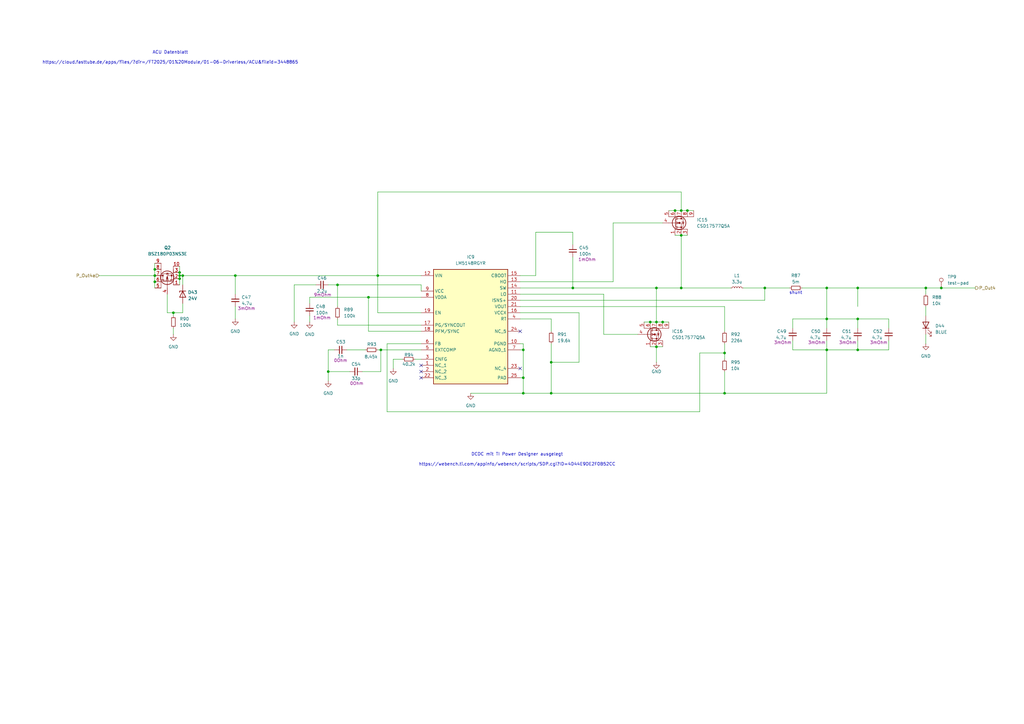
<source format=kicad_sch>
(kicad_sch (version 20231120) (generator "eeschema") (generator_version "8.0")
  (paper "A3")
  (title_block (title "PDU FT25") (date "2024-11-23") (rev "V1.1") (company "Janek Herm") (comment 1 "FaSTTUBe Electronics"))
  (lib_symbols
    (symbol "Connector:TestPoint" (pin_numbers hide) (pin_names (offset 0.762) hide)
      (property "Reference" "TP" (at 0 6.858 0))
      (property "Value" "TestPoint" (at 0 5.08 0))
      (symbol "TestPoint_0_1"
        (circle (center 0 3.302) (radius 0.762))
      )
      (symbol "TestPoint_1_1"
        (pin passive line (at 0 0 90) (length 2.54) (name "1") (number "1"))
      )
    )
    (symbol "Device:C_Small" (pin_numbers hide) (pin_names (offset 0.254) hide)
      (property "Reference" "C" (at 0.254 1.778 0))
      (property "Value" "C_Small" (at 0.254 -2.032 0))
      (symbol "C_Small_0_1"
        (polyline (pts (xy -1.524 -0.508) (xy 1.524 -0.508)) (stroke (width 0.3302)))
        (polyline (pts (xy -1.524 0.508) (xy 1.524 0.508)) (stroke (width 0.3048)))
      )
      (symbol "C_Small_1_1"
        (pin passive line (at 0 2.54 270) (length 2.032) (name "~") (number "1"))
        (pin passive line (at 0 -2.54 90) (length 2.032) (name "~") (number "2"))
      )
    )
    (symbol "Device:D_Zener" (pin_numbers hide) (pin_names (offset 1.016) hide)
      (property "Reference" "D" (at 0 2.54 0))
      (property "Value" "D_Zener" (at 0 -2.54 0))
      (symbol "D_Zener_0_1"
        (polyline (pts (xy 1.27 0) (xy -1.27 0)))
        (polyline (pts (xy -1.27 -1.27) (xy -1.27 1.27) (xy -0.762 1.27)) (stroke (width 0.254)))
        (polyline (pts (xy 1.27 -1.27) (xy 1.27 1.27) (xy -1.27 0) (xy 1.27 -1.27)) (stroke (width 0.254)))
      )
      (symbol "D_Zener_1_1"
        (pin passive line (at -3.81 0 0) (length 2.54) (name "K") (number "1"))
        (pin passive line (at 3.81 0 180) (length 2.54) (name "A") (number "2"))
      )
    )
    (symbol "Device:LED" (pin_numbers hide) (pin_names (offset 1.016) hide)
      (property "Reference" "D" (at 0 2.54 0))
      (property "Value" "LED" (at 0 -2.54 0))
      (symbol "LED_0_1"
        (polyline (pts (xy -1.27 -1.27) (xy -1.27 1.27)) (stroke (width 0.254)))
        (polyline (pts (xy -1.27 0) (xy 1.27 0)))
        (polyline (pts (xy 1.27 -1.27) (xy 1.27 1.27) (xy -1.27 0) (xy 1.27 -1.27)) (stroke (width 0.254)))
        (polyline (pts (xy -3.048 -0.762) (xy -4.572 -2.286) (xy -3.81 -2.286) (xy -4.572 -2.286) (xy -4.572 -1.524)))
        (polyline (pts (xy -1.778 -0.762) (xy -3.302 -2.286) (xy -2.54 -2.286) (xy -3.302 -2.286) (xy -3.302 -1.524)))
      )
      (symbol "LED_1_1"
        (pin passive line (at -3.81 0 0) (length 2.54) (name "K") (number "1"))
        (pin passive line (at 3.81 0 180) (length 2.54) (name "A") (number "2"))
      )
    )
    (symbol "Device:L_Small" (pin_numbers hide) (pin_names (offset 0.254) hide)
      (property "Reference" "L" (at 0.762 1.016 0))
      (property "Value" "L_Small" (at 0.762 -1.016 0))
      (symbol "L_Small_0_1"
        (arc (start 0 -2.032) (mid 0.5058 -1.524) (end 0 -1.016))
        (arc (start 0 -1.016) (mid 0.5058 -0.508) (end 0 0))
        (arc (start 0 0) (mid 0.5058 0.508) (end 0 1.016))
        (arc (start 0 1.016) (mid 0.5058 1.524) (end 0 2.032))
      )
      (symbol "L_Small_1_1"
        (pin passive line (at 0 2.54 270) (length 0.508) (name "~") (number "1"))
        (pin passive line (at 0 -2.54 90) (length 0.508) (name "~") (number "2"))
      )
    )
    (symbol "Device:R_Small" (pin_numbers hide) (pin_names (offset 0.254) hide)
      (property "Reference" "R" (at 0.762 0.508 0))
      (property "Value" "R_Small" (at 0.762 -1.016 0))
      (symbol "R_Small_0_1"
        (rectangle (start -0.762 1.778) (end 0.762 -1.778) (stroke (width 0.2032)))
      )
      (symbol "R_Small_1_1"
        (pin passive line (at 0 2.54 270) (length 0.762) (name "~") (number "1"))
        (pin passive line (at 0 -2.54 90) (length 0.762) (name "~") (number "2"))
      )
    )
    (symbol "FaSTTUBe_microcontrollers:BSZ180P03NS3E"
      (property "Reference" "Q" (at 4.445 0.635 0))
      (symbol "BSZ180P03NS3E_0_1"
        (circle (center -0.889 0) (radius 2.794) (stroke (width 0.254)))
        (circle (center 0 -1.778) (radius 0.254) (fill (type outline)))
        (polyline (pts (xy -3.81 -2.54) (xy -2.54 -2.54)))
        (polyline (pts (xy -2.286 0) (xy -5.08 0)))
        (polyline (pts (xy -2.286 1.905) (xy -2.286 -1.905)) (stroke (width 0.254)))
        (polyline (pts (xy -1.778 -1.27) (xy -1.778 -2.286)) (stroke (width 0.254)))
        (polyline (pts (xy -1.778 0.508) (xy -1.778 -0.508)) (stroke (width 0.254)))
        (polyline (pts (xy -1.778 2.286) (xy -1.778 1.27)) (stroke (width 0.254)))
        (polyline (pts (xy 0 1.905) (xy 0 2.54)))
        (polyline (pts (xy 0 2.54) (xy 0 1.778)))
        (polyline (pts (xy 2.54 -2.54) (xy -2.54 -2.54)))
        (polyline (pts (xy 2.54 2.54) (xy -5.08 2.54)))
        (polyline (pts (xy 3.81 -2.54) (xy 1.27 -2.54)))
        (polyline (pts (xy 5.08 2.54) (xy 2.54 2.54)))
        (polyline (pts (xy 0 -2.54) (xy 0 0) (xy -1.778 0)))
        (polyline (pts (xy -1.778 1.778) (xy 0.762 1.778) (xy 0.762 -1.778) (xy -1.778 -1.778)))
        (polyline (pts (xy -0.254 0) (xy -1.27 0.381) (xy -1.27 -0.381) (xy -0.254 0)) (fill (type outline)))
        (polyline (pts (xy 0.254 -0.508) (xy 0.381 -0.381) (xy 1.143 -0.381) (xy 1.27 -0.254)))
        (polyline (pts (xy 0.762 -0.381) (xy 0.381 0.254) (xy 1.143 0.254) (xy 0.762 -0.381)))
        (circle (center 0 1.778) (radius 0.254) (fill (type outline)))
      )
      (symbol "BSZ180P03NS3E_1_1"
        (pin passive line (at -3.81 -5.08 90) (length 2.54) (name "") (number "1"))
        (pin passive line (at 3.81 -5.08 90) (length 2.54) (name "") (number "10"))
        (pin passive line (at -1.27 -5.08 90) (length 2.54) (name "") (number "2"))
        (pin passive line (at 1.27 -5.08 90) (length 2.54) (name "") (number "3"))
        (pin input line (at -7.62 0 0) (length 2.54) (name "") (number "4"))
        (pin passive line (at -5.08 5.08 270) (length 2.54) (name "") (number "5"))
        (pin passive line (at -2.54 5.08 270) (length 2.54) (name "") (number "6"))
        (pin passive line (at 0 5.08 270) (length 2.54) (name "") (number "7"))
        (pin passive line (at 2.54 5.08 270) (length 2.54) (name "") (number "8"))
        (pin passive line (at 5.08 5.08 270) (length 2.54) (name "") (number "9"))
      )
    )
    (symbol "FaSTTUBe_microcontrollers:CSD17577Q5A"
      (property "Reference" "IC" (at 9.144 -15.113 0))
      (property "Value" "CSD17577Q5A" (at 9.906 -17.145 0))
      (symbol "CSD17577Q5A_0_1"
        (circle (center -0.889 -16.51) (radius 2.794) (stroke (width 0.254)))
        (circle (center 0 -18.288) (radius 0.254) (fill (type outline)))
        (circle (center 0 -14.732) (radius 0.254) (fill (type outline)))
        (polyline (pts (xy -2.286 -16.51) (xy -5.08 -16.51)))
        (polyline (pts (xy -2.286 -14.605) (xy -2.286 -18.415)) (stroke (width 0.254)))
        (polyline (pts (xy -1.778 -17.78) (xy -1.778 -18.796)) (stroke (width 0.254)))
        (polyline (pts (xy -1.778 -16.002) (xy -1.778 -17.018)) (stroke (width 0.254)))
        (polyline (pts (xy -1.778 -14.224) (xy -1.778 -15.24)) (stroke (width 0.254)))
        (polyline (pts (xy 0 -13.97) (xy 0 -14.732)))
        (polyline (pts (xy 2.54 -19.05) (xy -2.54 -19.05)))
        (polyline (pts (xy 5.08 -13.97) (xy -5.08 -13.97)))
        (polyline (pts (xy 0 -19.05) (xy 0 -16.51) (xy -1.778 -16.51)))
        (polyline (pts (xy -1.778 -18.288) (xy 0.762 -18.288) (xy 0.762 -14.732) (xy -1.778 -14.732)))
        (polyline (pts (xy -1.524 -16.51) (xy -0.508 -16.129) (xy -0.508 -16.891) (xy -1.524 -16.51)) (fill (type outline)))
        (polyline (pts (xy 0.254 -16.002) (xy 0.381 -16.129) (xy 1.143 -16.129) (xy 1.27 -16.256)))
        (polyline (pts (xy 0.762 -16.129) (xy 0.381 -16.764) (xy 1.143 -16.764) (xy 0.762 -16.129)))
      )
      (symbol "CSD17577Q5A_1_1"
        (pin passive line (at -2.54 -21.59 90) (length 2.54) (name "") (number "1"))
        (pin passive line (at 0 -21.59 90) (length 2.54) (name "") (number "2"))
        (pin passive line (at 2.54 -21.59 90) (length 2.54) (name "") (number "3"))
        (pin input line (at -7.62 -16.51 0) (length 2.54) (name "") (number "4"))
        (pin passive line (at -5.08 -11.43 270) (length 2.54) (name "") (number "5"))
        (pin passive line (at -2.54 -11.43 270) (length 2.54) (name "") (number "6"))
        (pin passive line (at 0 -11.43 270) (length 2.54) (name "") (number "7"))
        (pin passive line (at 2.54 -11.43 270) (length 2.54) (name "") (number "8"))
        (pin passive line (at 5.08 -11.43 270) (length 2.54) (name "") (number "9"))
      )
    )
    (symbol "LM5148RGYR:LM5148RGYR"
      (property "Reference" "IC" (at 36.83 17.78 0))
      (property "Value" "LM5148RGYR" (at 36.83 15.24 0))
      (symbol "LM5148RGYR_1_1"
        (rectangle (start 5.08 12.7) (end 35.56 -34.29) (stroke (width 0.254)) (fill (type background)))
        (pin passive line (at 0 -26.67 0) (length 5.08) (name "NC_1") (number "1"))
        (pin passive line (at 40.64 -17.78 180) (length 5.08) (name "PGND") (number "10"))
        (pin passive line (at 40.64 2.54 180) (length 5.08) (name "LO") (number "11"))
        (pin passive line (at 0 10.16 0) (length 5.08) (name "VIN") (number "12"))
        (pin passive line (at 40.64 7.62 180) (length 5.08) (name "HO") (number "13"))
        (pin passive line (at 40.64 5.08 180) (length 5.08) (name "SW") (number "14"))
        (pin passive line (at 40.64 10.16 180) (length 5.08) (name "CBOOT") (number "15"))
        (pin passive line (at 40.64 -5.08 180) (length 5.08) (name "VCCX") (number "16"))
        (pin passive line (at 0 -10.16 0) (length 5.08) (name "PG/SYNCOUT") (number "17"))
        (pin passive line (at 0 -12.7 0) (length 5.08) (name "PFM/SYNC") (number "18"))
        (pin passive line (at 0 -5.08 0) (length 5.08) (name "EN") (number "19"))
        (pin passive line (at 0 -29.21 0) (length 5.08) (name "NC_2") (number "2"))
        (pin passive line (at 40.64 0 180) (length 5.08) (name "ISNS+") (number "20"))
        (pin passive line (at 40.64 -2.54 180) (length 5.08) (name "VOUT") (number "21"))
        (pin passive line (at 0 -31.75 0) (length 5.08) (name "NC_3") (number "22"))
        (pin passive line (at 40.64 -27.94 180) (length 5.08) (name "NC_4") (number "23"))
        (pin passive line (at 40.64 -12.7 180) (length 5.08) (name "NC_5") (number "24"))
        (pin passive line (at 40.64 -31.75 180) (length 5.08) (name "PAD") (number "25"))
        (pin passive line (at 0 -24.13 0) (length 5.08) (name "CNFG") (number "3"))
        (pin passive line (at 40.64 -7.62 180) (length 5.08) (name "RT") (number "4"))
        (pin passive line (at 0 -20.32 0) (length 5.08) (name "EXTCOMP") (number "5"))
        (pin passive line (at 0 -17.78 0) (length 5.08) (name "FB") (number "6"))
        (pin passive line (at 40.64 -20.32 180) (length 5.08) (name "AGND_1") (number "7"))
        (pin passive line (at 0 1.27 0) (length 5.08) (name "VDDA") (number "8"))
        (pin passive line (at 0 3.81 0) (length 5.08) (name "VCC") (number "9"))
      )
    )
    (symbol "power:GND" (power) (pin_numbers hide) (pin_names (offset 0) hide)
      (property "Value" "GND" (at 0 -3.81 0))
      (symbol "GND_0_1"
        (polyline (pts (xy 0 0) (xy 0 -1.27) (xy 1.27 -1.27) (xy 0 -2.54) (xy -1.27 -1.27) (xy 0 -1.27)))
      )
      (symbol "GND_1_1"
        (pin power_in line (at 0 0 270) (length 0) (name "~") (number "1"))
      )
    )
  )
  (junction (at 214.63 161.29))
  (junction (at 279.4 118.11))
  (junction (at 351.79 130.81))
  (junction (at 351.79 118.11))
  (junction (at 74.93 113.03))
  (junction (at 339.09 143.51))
  (junction (at 386.08 118.11))
  (junction (at 281.94 86.36))
  (junction (at 63.5 110.49))
  (junction (at 379.73 118.11))
  (junction (at 279.4 86.36))
  (junction (at 266.7 132.08))
  (junction (at 96.52 113.03))
  (junction (at 73.66 111.76))
  (junction (at 269.24 118.11))
  (junction (at 226.06 161.29))
  (junction (at 151.13 121.92))
  (junction (at 214.63 154.94))
  (junction (at 71.12 128.27))
  (junction (at 276.86 86.36))
  (junction (at 269.24 132.08))
  (junction (at 269.24 142.24))
  (junction (at 297.18 144.78))
  (junction (at 63.5 115.57))
  (junction (at 156.21 143.51))
  (junction (at 73.66 114.3))
  (junction (at 271.78 132.08))
  (junction (at 313.69 118.11))
  (junction (at 138.43 116.84))
  (junction (at 234.95 118.11))
  (junction (at 154.94 113.03))
  (junction (at 63.5 113.03))
  (junction (at 279.4 96.52))
  (junction (at 226.06 148.59))
  (junction (at 339.09 118.11))
  (junction (at 297.18 161.29))
  (junction (at 339.09 130.81))
  (junction (at 351.79 143.51))
  (junction (at 73.66 113.03))
  (junction (at 134.62 152.4))
  (junction (at 214.63 143.51))
  (no_connect (at 172.72 152.4))
  (no_connect (at 172.72 154.94))
  (no_connect (at 172.72 149.86))
  (no_connect (at 213.36 151.13))
  (no_connect (at 213.36 135.89))
  (wire (pts (xy 226.06 130.81) (xy 226.06 135.89)))
  (wire (pts (xy 71.12 134.62) (xy 71.12 137.16)))
  (wire (pts (xy 339.09 130.81) (xy 351.79 130.81)))
  (wire (pts (xy 120.65 132.08) (xy 120.65 116.84)))
  (wire (pts (xy 297.18 152.4) (xy 297.18 161.29)))
  (wire (pts (xy 351.79 143.51) (xy 364.49 143.51)))
  (wire (pts (xy 213.36 128.27) (xy 237.49 128.27)))
  (wire (pts (xy 214.63 143.51) (xy 213.36 143.51)))
  (wire (pts (xy 63.5 107.95) (xy 63.5 110.49)))
  (wire (pts (xy 158.75 168.91) (xy 287.02 168.91)))
  (wire (pts (xy 214.63 161.29) (xy 226.06 161.29)))
  (wire (pts (xy 127 121.92) (xy 127 124.46)))
  (wire (pts (xy 269.24 118.11) (xy 279.4 118.11)))
  (wire (pts (xy 226.06 148.59) (xy 226.06 161.29)))
  (wire (pts (xy 68.58 128.27) (xy 71.12 128.27)))
  (wire (pts (xy 339.09 139.7) (xy 339.09 143.51)))
  (wire (pts (xy 379.73 118.11) (xy 386.08 118.11)))
  (wire (pts (xy 364.49 134.62) (xy 364.49 130.81)))
  (wire (pts (xy 154.94 78.74) (xy 279.4 78.74)))
  (wire (pts (xy 297.18 161.29) (xy 339.09 161.29)))
  (wire (pts (xy 127 121.92) (xy 151.13 121.92)))
  (wire (pts (xy 325.12 134.62) (xy 325.12 130.81)))
  (wire (pts (xy 96.52 113.03) (xy 154.94 113.03)))
  (wire (pts (xy 364.49 139.7) (xy 364.49 143.51)))
  (wire (pts (xy 339.09 143.51) (xy 339.09 161.29)))
  (wire (pts (xy 68.58 120.65) (xy 68.58 128.27)))
  (wire (pts (xy 214.63 140.97) (xy 213.36 140.97)))
  (wire (pts (xy 269.24 118.11) (xy 269.24 132.08)))
  (wire (pts (xy 148.59 152.4) (xy 156.21 152.4)))
  (wire (pts (xy 154.94 113.03) (xy 172.72 113.03)))
  (wire (pts (xy 172.72 128.27) (xy 154.94 128.27)))
  (wire (pts (xy 96.52 125.73) (xy 96.52 130.81)))
  (wire (pts (xy 74.93 128.27) (xy 71.12 128.27)))
  (wire (pts (xy 214.63 161.29) (xy 214.63 154.94)))
  (wire (pts (xy 172.72 140.97) (xy 158.75 140.97)))
  (wire (pts (xy 234.95 95.25) (xy 234.95 100.33)))
  (wire (pts (xy 120.65 116.84) (xy 129.54 116.84)))
  (wire (pts (xy 325.12 143.51) (xy 325.12 139.7)))
  (wire (pts (xy 156.21 152.4) (xy 156.21 143.51)))
  (wire (pts (xy 74.93 113.03) (xy 96.52 113.03)))
  (wire (pts (xy 269.24 132.08) (xy 271.78 132.08)))
  (wire (pts (xy 213.36 130.81) (xy 226.06 130.81)))
  (wire (pts (xy 271.78 132.08) (xy 274.32 132.08)))
  (wire (pts (xy 379.73 137.16) (xy 379.73 140.97)))
  (wire (pts (xy 325.12 130.81) (xy 339.09 130.81)))
  (wire (pts (xy 74.93 124.46) (xy 74.93 128.27)))
  (wire (pts (xy 161.29 151.13) (xy 161.29 147.32)))
  (wire (pts (xy 313.69 118.11) (xy 323.85 118.11)))
  (wire (pts (xy 158.75 140.97) (xy 158.75 168.91)))
  (wire (pts (xy 339.09 130.81) (xy 339.09 134.62)))
  (wire (pts (xy 266.7 142.24) (xy 269.24 142.24)))
  (wire (pts (xy 379.73 125.73) (xy 379.73 129.54)))
  (wire (pts (xy 214.63 143.51) (xy 214.63 154.94)))
  (wire (pts (xy 138.43 133.35) (xy 138.43 130.81)))
  (wire (pts (xy 269.24 142.24) (xy 271.78 142.24)))
  (wire (pts (xy 351.79 134.62) (xy 351.79 130.81)))
  (wire (pts (xy 73.66 111.76) (xy 73.66 113.03)))
  (wire (pts (xy 351.79 118.11) (xy 379.73 118.11)))
  (wire (pts (xy 313.69 123.19) (xy 313.69 118.11)))
  (wire (pts (xy 251.46 91.44) (xy 251.46 115.57)))
  (wire (pts (xy 386.08 118.11) (xy 400.05 118.11)))
  (wire (pts (xy 237.49 148.59) (xy 226.06 148.59)))
  (wire (pts (xy 351.79 130.81) (xy 364.49 130.81)))
  (wire (pts (xy 234.95 118.11) (xy 269.24 118.11)))
  (wire (pts (xy 73.66 113.03) (xy 73.66 114.3)))
  (wire (pts (xy 154.94 113.03) (xy 154.94 78.74)))
  (wire (pts (xy 134.62 143.51) (xy 137.16 143.51)))
  (wire (pts (xy 247.65 120.65) (xy 213.36 120.65)))
  (wire (pts (xy 213.36 118.11) (xy 234.95 118.11)))
  (wire (pts (xy 219.71 113.03) (xy 219.71 95.25)))
  (wire (pts (xy 138.43 125.73) (xy 138.43 116.84)))
  (wire (pts (xy 213.36 113.03) (xy 219.71 113.03)))
  (wire (pts (xy 279.4 78.74) (xy 279.4 86.36)))
  (wire (pts (xy 351.79 118.11) (xy 351.79 125.73)))
  (wire (pts (xy 74.93 113.03) (xy 74.93 116.84)))
  (wire (pts (xy 247.65 120.65) (xy 247.65 137.16)))
  (wire (pts (xy 351.79 139.7) (xy 351.79 143.51)))
  (wire (pts (xy 151.13 135.89) (xy 151.13 121.92)))
  (wire (pts (xy 127 129.54) (xy 127 132.08)))
  (wire (pts (xy 325.12 143.51) (xy 339.09 143.51)))
  (wire (pts (xy 339.09 118.11) (xy 339.09 130.81)))
  (wire (pts (xy 281.94 86.36) (xy 284.48 86.36)))
  (wire (pts (xy 379.73 118.11) (xy 379.73 120.65)))
  (wire (pts (xy 63.5 110.49) (xy 63.5 113.03)))
  (wire (pts (xy 276.86 96.52) (xy 279.4 96.52)))
  (wire (pts (xy 264.16 132.08) (xy 266.7 132.08)))
  (wire (pts (xy 219.71 95.25) (xy 234.95 95.25)))
  (wire (pts (xy 149.86 143.51) (xy 142.24 143.51)))
  (wire (pts (xy 297.18 140.97) (xy 297.18 144.78)))
  (wire (pts (xy 134.62 152.4) (xy 134.62 156.21)))
  (wire (pts (xy 279.4 86.36) (xy 281.94 86.36)))
  (wire (pts (xy 297.18 125.73) (xy 297.18 135.89)))
  (wire (pts (xy 279.4 96.52) (xy 279.4 118.11)))
  (wire (pts (xy 134.62 143.51) (xy 134.62 152.4)))
  (wire (pts (xy 73.66 114.3) (xy 73.66 116.84)))
  (wire (pts (xy 63.5 113.03) (xy 63.5 115.57)))
  (wire (pts (xy 304.8 118.11) (xy 313.69 118.11)))
  (wire (pts (xy 161.29 147.32) (xy 165.1 147.32)))
  (wire (pts (xy 214.63 154.94) (xy 213.36 154.94)))
  (wire (pts (xy 96.52 113.03) (xy 96.52 120.65)))
  (wire (pts (xy 172.72 121.92) (xy 151.13 121.92)))
  (wire (pts (xy 351.79 118.11) (xy 339.09 118.11)))
  (wire (pts (xy 154.94 143.51) (xy 156.21 143.51)))
  (wire (pts (xy 234.95 105.41) (xy 234.95 118.11)))
  (wire (pts (xy 266.7 132.08) (xy 269.24 132.08)))
  (wire (pts (xy 287.02 168.91) (xy 287.02 144.78)))
  (wire (pts (xy 138.43 116.84) (xy 172.72 116.84)))
  (wire (pts (xy 154.94 128.27) (xy 154.94 113.03)))
  (wire (pts (xy 339.09 143.51) (xy 351.79 143.51)))
  (wire (pts (xy 269.24 148.59) (xy 269.24 142.24)))
  (wire (pts (xy 172.72 133.35) (xy 138.43 133.35)))
  (wire (pts (xy 73.66 109.22) (xy 73.66 111.76)))
  (wire (pts (xy 193.04 161.29) (xy 214.63 161.29)))
  (wire (pts (xy 172.72 116.84) (xy 172.72 119.38)))
  (wire (pts (xy 274.32 86.36) (xy 276.86 86.36)))
  (wire (pts (xy 226.06 161.29) (xy 297.18 161.29)))
  (wire (pts (xy 172.72 135.89) (xy 151.13 135.89)))
  (wire (pts (xy 276.86 86.36) (xy 279.4 86.36)))
  (wire (pts (xy 213.36 115.57) (xy 251.46 115.57)))
  (wire (pts (xy 170.18 147.32) (xy 172.72 147.32)))
  (wire (pts (xy 214.63 140.97) (xy 214.63 143.51)))
  (wire (pts (xy 73.66 113.03) (xy 74.93 113.03)))
  (wire (pts (xy 71.12 129.54) (xy 71.12 128.27)))
  (wire (pts (xy 279.4 96.52) (xy 281.94 96.52)))
  (wire (pts (xy 247.65 137.16) (xy 261.62 137.16)))
  (wire (pts (xy 226.06 140.97) (xy 226.06 148.59)))
  (wire (pts (xy 328.93 118.11) (xy 339.09 118.11)))
  (wire (pts (xy 279.4 118.11) (xy 299.72 118.11)))
  (wire (pts (xy 134.62 152.4) (xy 143.51 152.4)))
  (wire (pts (xy 297.18 144.78) (xy 297.18 147.32)))
  (wire (pts (xy 156.21 143.51) (xy 172.72 143.51)))
  (wire (pts (xy 287.02 144.78) (xy 297.18 144.78)))
  (wire (pts (xy 40.64 113.03) (xy 63.5 113.03)))
  (wire (pts (xy 213.36 125.73) (xy 297.18 125.73)))
  (wire (pts (xy 213.36 123.19) (xy 313.69 123.19)))
  (wire (pts (xy 63.5 115.57) (xy 63.5 118.11)))
  (wire (pts (xy 251.46 91.44) (xy 271.78 91.44)))
  (wire (pts (xy 134.62 116.84) (xy 138.43 116.84)))
  (wire (pts (xy 237.49 128.27) (xy 237.49 148.59)))
  (text "ACU Datenblatt\n\nhttps://cloud.fasttube.de/apps/files/?dir=/FT2025/01%20Module/01-06-Driverless/ACU&fileid=3448865" (at 69.85 23.622 0) (effects (font (size 1.27 1.27))))
  (text "DCDC mit TI Power Designer ausgelegt\n\nhttps://webench.ti.com/appinfo/webench/scripts/SDP.cgi?ID=4D44E9DE2F0B52CC" (at 212.09 188.468 0) (effects (font (size 1.27 1.27))))
  (text "shunt" (at 326.39 120.142 0) (effects (font (size 1.27 1.27))))
  (hierarchical_label "P_Out4" (shape output) (at 400.05 118.11 0))
  (hierarchical_label "P_Out4a" (shape input) (at 40.64 113.03 180))
  (symbol (lib_id "power:GND") (at 269.24 148.59 0) (unit 1)
    (property "Reference" "#PWR0147" (effects (hide yes)))
    (property "Value" "GND" (at 267.208 152.3999 0) (effects (justify left)))
    (property "Description" "Power symbol creates a global label with name \"GND\" , ground" (effects (hide yes)))
  )
  (symbol (lib_id "FaSTTUBe_microcontrollers:CSD17577Q5A") (at 269.24 120.65 0) (unit 1)
    (property "Reference" "IC16" (at 275.59 135.8899 0) (effects (justify left)))
    (property "Value" "CSD17577Q5A" (at 275.59 138.4299 0) (effects (justify left)))
    (property "Footprint" "CSD17303Q5:CSD17303Q5" (effects (hide yes)))
    (property "Datasheet" "https://www.ti.com/lit/ds/symlink/csd17577q5a.pdf" (effects (hide yes)))
  )
  (symbol (lib_id "Device:R_Small") (at 152.4 143.51 270) (unit 1)
    (property "Reference" "R93" (at 154.4319 141.224 90) (effects (justify right)))
    (property "Value" "8.45k" (at 154.9399 146.304 90) (effects (justify right)))
    (property "Footprint" "Resistor_SMD:R_0603_1608Metric" (effects (hide yes)))
    (property "Description" "63mW, 1% Tolerance" (effects (hide yes)))
  )
  (symbol (lib_id "FaSTTUBe_microcontrollers:BSZ180P03NS3E") (at 68.58 113.03 90) (unit 1)
    (property "Reference" "Q2" (at 68.707 101.6 90))
    (property "Value" "BSZ180P03NS3E" (at 68.707 104.14 90))
    (property "Footprint" "BSZ180P03NS3E:TSDSON-8-FL_INF" (effects (hide yes)))
    (property "Datasheet" "https://www.mouser.de/datasheet/2/196/Infineon_BSZ180P03NS3E_G_DS_v02_01_en-1731313.pdf" (effects (hide yes)))
  )
  (symbol (lib_id "Device:D_Zener") (at 74.93 120.65 90) (mirror x) (unit 1)
    (property "Reference" "D43" (at 78.994 119.888 90))
    (property "Value" "24V" (at 78.994 122.428 90))
    (property "Footprint" "3SMAJ5934B-TP:DIOM5226X244N" (effects (hide yes)))
    (property "Datasheet" "https://www.mouser.de/datasheet/2/258/3SMAJ5918B_3SMAJ5956B_SMA_-3423242.pdf" (effects (hide yes)))
    (property "Description" "Zener diode" (effects (hide yes)))
    (property "MPR" "3SMAJ5934B-TP" (effects (hide yes)))
  )
  (symbol (lib_id "Device:R_Small") (at 226.06 138.43 180) (unit 1)
    (property "Reference" "R91" (at 228.6 137.1599 0) (effects (justify right)))
    (property "Value" "19.6k" (at 228.6 139.6999 0) (effects (justify right)))
    (property "Footprint" "Resistor_SMD:R_0603_1608Metric" (effects (hide yes)))
    (property "Description" "63mW, 1%" (effects (hide yes)))
  )
  (symbol (lib_id "power:GND") (at 379.73 140.97 0) (unit 1)
    (property "Reference" "#PWR0146" (effects (hide yes)))
    (property "Value" "GND" (at 379.73 146.05 0))
    (property "Description" "Power symbol creates a global label with name \"GND\" , ground" (effects (hide yes)))
  )
  (symbol (lib_id "Device:R_Small") (at 167.64 147.32 90) (unit 1)
    (property "Reference" "R94" (at 169.6719 145.542 90) (effects (justify left)))
    (property "Value" "40.2k" (at 170.4339 149.352 90) (effects (justify left)))
    (property "Footprint" "Resistor_SMD:R_0603_1608Metric" (effects (hide yes)))
    (property "Description" "100mW, 1% Tolerance" (effects (hide yes)))
  )
  (symbol (lib_id "Device:C_Small") (at 139.7 143.51 90) (unit 1)
    (property "Reference" "C53" (at 141.7382 140.208 90) (effects (justify left)))
    (property "Value" "1n" (at 140.9762 146.05 90) (effects (justify left)))
    (property "Footprint" "Capacitor_SMD:C_0603_1608Metric" (effects (hide yes)))
    (property "Description" "C0G / NP0, 50V" (effects (hide yes)))
    (property "Resistance" "0Ohm" (at 139.7 147.828 90))
  )
  (symbol (lib_id "Device:C_Small") (at 325.12 137.16 0) (mirror y) (unit 1)
    (property "Reference" "C49" (at 322.58 135.8962 0) (effects (justify left)))
    (property "Value" "4.7u" (at 322.58 138.4362 0) (effects (justify left)))
    (property "Footprint" "Capacitor_SMD:C_2220_5750Metric" (effects (hide yes)))
    (property "Description" "X7R, 50V" (effects (hide yes)))
    (property "Resistance" "3mOhm" (at 321.056 140.462 0))
  )
  (symbol (lib_id "power:GND") (at 134.62 156.21 0) (unit 1)
    (property "Reference" "#PWR0149" (effects (hide yes)))
    (property "Value" "GND" (at 134.62 161.29 0))
    (property "Description" "Power symbol creates a global label with name \"GND\" , ground" (effects (hide yes)))
  )
  (symbol (lib_id "Device:L_Small") (at 302.26 118.11 90) (unit 1)
    (property "Reference" "L1" (at 302.26 113.03 90))
    (property "Value" "3.3u" (at 302.26 115.57 90))
    (property "Footprint" "7443330330:WE-HCC_109021" (effects (hide yes)))
    (property "Datasheet" "https://www.we-online.com/components/products/datasheet/7443330330.pdf" (effects (hide yes)))
    (property "Description" "Inductor, small symbol" (effects (hide yes)))
    (property "MPR" "7443330330" (effects (hide yes)))
  )
  (symbol (lib_id "Device:R_Small") (at 379.73 123.19 0) (unit 1)
    (property "Reference" "R88" (at 382.27 121.9199 0) (effects (justify left)))
    (property "Value" "10k" (at 382.27 124.4599 0) (effects (justify left)))
    (property "Footprint" "Resistor_SMD:R_0603_1608Metric" (effects (hide yes)))
    (property "Description" "Resistor, small symbol" (effects (hide yes)))
  )
  (symbol (lib_id "Connector:TestPoint") (at 386.08 118.11 0) (unit 1)
    (property "Reference" "TP9" (at 388.62 113.5379 0) (effects (justify left)))
    (property "Value" "test-pad" (at 388.62 116.0779 0) (effects (justify left)))
    (property "Footprint" "5025:5025" (effects (hide yes)))
    (property "Description" "test point" (effects (hide yes)))
  )
  (symbol (lib_id "Device:R_Small") (at 71.12 132.08 0) (unit 1)
    (property "Reference" "R90" (at 73.66 130.8099 0) (effects (justify left)))
    (property "Value" "100k" (at 73.66 133.3499 0) (effects (justify left)))
    (property "Footprint" "Resistor_SMD:R_0603_1608Metric" (effects (hide yes)))
    (property "Description" "Resistor, small symbol" (effects (hide yes)))
  )
  (symbol (lib_id "Device:C_Small") (at 339.09 137.16 0) (mirror y) (unit 1)
    (property "Reference" "C50" (at 336.55 135.8962 0) (effects (justify left)))
    (property "Value" "4.7u" (at 336.55 138.4362 0) (effects (justify left)))
    (property "Footprint" "Capacitor_SMD:C_2220_5750Metric" (effects (hide yes)))
    (property "Description" "X7R, 50V" (effects (hide yes)))
    (property "Resistance" "3mOhm" (at 335.026 140.462 0))
  )
  (symbol (lib_id "Device:R_Small") (at 297.18 138.43 0) (unit 1)
    (property "Reference" "R92" (at 299.72 137.1599 0) (effects (justify left)))
    (property "Value" "226k" (at 299.72 139.6999 0) (effects (justify left)))
    (property "Footprint" "Resistor_SMD:R_0603_1608Metric" (effects (hide yes)))
    (property "Description" "63mW, 1%" (effects (hide yes)))
  )
  (symbol (lib_id "power:GND") (at 127 132.08 0) (unit 1)
    (property "Reference" "#PWR0144" (effects (hide yes)))
    (property "Value" "GND" (at 127 137.16 0))
    (property "Description" "Power symbol creates a global label with name \"GND\" , ground" (effects (hide yes)))
  )
  (symbol (lib_id "Device:C_Small") (at 351.79 137.16 0) (mirror y) (unit 1)
    (property "Reference" "C51" (at 349.25 135.8962 0) (effects (justify left)))
    (property "Value" "4.7u" (at 349.25 138.4362 0) (effects (justify left)))
    (property "Footprint" "Capacitor_SMD:C_2220_5750Metric" (effects (hide yes)))
    (property "Description" "X7R, 50V" (effects (hide yes)))
    (property "Resistance" "3mOhm" (at 347.726 140.462 0))
  )
  (symbol (lib_id "FaSTTUBe_microcontrollers:CSD17577Q5A") (at 279.4 74.93 0) (unit 1)
    (property "Reference" "IC15" (at 285.75 90.1699 0) (effects (justify left)))
    (property "Value" "CSD17577Q5A" (at 285.75 92.7099 0) (effects (justify left)))
    (property "Footprint" "CSD17303Q5:CSD17303Q5" (effects (hide yes)))
    (property "Datasheet" "https://www.ti.com/lit/ds/symlink/csd17577q5a.pdf" (effects (hide yes)))
  )
  (symbol (lib_id "Device:R_Small") (at 138.43 128.27 0) (unit 1)
    (property "Reference" "R89" (at 140.97 126.9999 0) (effects (justify left)))
    (property "Value" "100k" (at 140.97 129.5399 0) (effects (justify left)))
    (property "Footprint" "Resistor_SMD:R_0603_1608Metric" (effects (hide yes)))
    (property "Description" "100mW, 1% Tolerance" (effects (hide yes)))
  )
  (symbol (lib_id "Device:C_Small") (at 146.05 152.4 270) (unit 1)
    (property "Reference" "C54" (at 146.0436 149.352 90))
    (property "Value" "33p" (at 146.0436 155.194 90))
    (property "Footprint" "Capacitor_SMD:C_0805_2012Metric" (effects (hide yes)))
    (property "Description" "C0G / NP0, 50V" (effects (hide yes)))
    (property "Resistance" "0Ohm" (at 146.304 157.226 90))
  )
  (symbol (lib_id "LM5148RGYR:LM5148RGYR") (at 172.72 123.19 0) (unit 1)
    (property "Reference" "IC9" (at 193.04 105.41 0))
    (property "Value" "LM5148RGYR" (at 193.04 107.95 0))
    (property "Footprint" "LM5148RGY:LM5148RGYR" (effects (hide yes)))
    (property "Datasheet" "https://www.ti.com/lit/ds/symlink/lm5148.pdf?ts=1680990210570&ref_url=https%253A%252F%252Fwww.ti.com%252Fproduct%252FLM5148" (effects (hide yes)))
    (property "Description" "Switching Controllers 3.5-V to 80-V, current mode synchronous buck controller" (effects (hide yes)))
    (property "Height" "1" (effects (hide yes)))
    (property "Mouser Part Number" "595-LM5148RGYR" (effects (hide yes)))
    (property "Mouser Price/Stock" "https://www.mouser.co.uk/ProductDetail/Texas-Instruments/LM5148RGYR?qs=Jm2GQyTW%2FbgsJOyzcNbTmw%3D%3D" (effects (hide yes)))
    (property "Manufacturer_Name" "Texas Instruments" (effects (hide yes)))
    (property "Manufacturer_Part_Number" "LM5148RGYR" (effects (hide yes)))
  )
  (symbol (lib_id "Device:R_Small") (at 297.18 149.86 0) (unit 1)
    (property "Reference" "R95" (at 299.72 148.5899 0) (effects (justify left)))
    (property "Value" "10k" (at 299.72 151.1299 0) (effects (justify left)))
    (property "Footprint" "Resistor_SMD:R_0603_1608Metric" (effects (hide yes)))
    (property "Description" "63mW, 1%" (effects (hide yes)))
  )
  (symbol (lib_id "power:GND") (at 96.52 130.81 0) (unit 1)
    (property "Reference" "#PWR0142" (effects (hide yes)))
    (property "Value" "GND" (at 96.52 135.89 0))
    (property "Description" "Power symbol creates a global label with name \"GND\" , ground" (effects (hide yes)))
  )
  (symbol (lib_id "Device:LED") (at 379.73 133.35 90) (unit 1)
    (property "Reference" "D44" (at 383.54 133.6674 90) (effects (justify right)))
    (property "Value" "BLUE" (at 383.54 136.2074 90) (effects (justify right)))
    (property "Footprint" "LED_SMD:LED_0603_1608Metric" (effects (hide yes)))
    (property "Datasheet" "https://www.we-online.com/components/products/datasheet/150060BS75000.pdf" (effects (hide yes)))
    (property "Description" "Light emitting diode" (effects (hide yes)))
    (property "MPR" "150060BS75000" (effects (hide yes)))
  )
  (symbol (lib_id "power:GND") (at 193.04 161.29 0) (unit 1)
    (property "Reference" "#PWR0150" (effects (hide yes)))
    (property "Value" "GND" (at 193.04 166.37 0))
    (property "Description" "Power symbol creates a global label with name \"GND\" , ground" (effects (hide yes)))
  )
  (symbol (lib_id "Device:C_Small") (at 132.08 116.84 90) (unit 1)
    (property "Reference" "C46" (at 132.0863 114.046 90))
    (property "Value" "2.2u" (at 132.0863 119.38 90))
    (property "Footprint" "Capacitor_SMD:C_0603_1608Metric" (effects (hide yes)))
    (property "Description" "X7R, 10V" (effects (hide yes)))
    (property "Resistance" "9mOhm" (at 132.334 120.904 90))
    (property "MPR" "GRM188R71A225KE15D" (effects (hide yes)))
  )
  (symbol (lib_id "power:GND") (at 71.12 137.16 0) (unit 1)
    (property "Reference" "#PWR0145" (effects (hide yes)))
    (property "Value" "GND" (at 71.12 142.24 0))
    (property "Description" "Power symbol creates a global label with name \"GND\" , ground" (effects (hide yes)))
  )
  (symbol (lib_id "Device:R_Small") (at 326.39 118.11 90) (unit 1)
    (property "Reference" "R87" (at 326.39 113.03 90))
    (property "Value" "5m" (at 326.39 115.57 90))
    (property "Footprint" "Resistor_SMD:R_2512_6332Metric" (effects (hide yes)))
    (property "Description" "Resistor, small symbol" (effects (hide yes)))
    (property "MPR" "MFSA1206R0050FCM" (effects (hide yes)))
  )
  (symbol (lib_id "Device:C_Small") (at 127 127 0) (unit 1)
    (property "Reference" "C48" (at 129.54 125.7362 0) (effects (justify left)))
    (property "Value" "100n" (at 129.54 128.2762 0) (effects (justify left)))
    (property "Footprint" "Capacitor_SMD:C_0603_1608Metric" (effects (hide yes)))
    (property "Description" "X7R, 10V" (effects (hide yes)))
    (property "Resistance" "1mOhm" (at 132.08 130.302 0))
    (property "MPR" "GRM155R71A104KA01D" (effects (hide yes)))
  )
  (symbol (lib_id "Device:C_Small") (at 234.95 102.87 0) (unit 1)
    (property "Reference" "C45" (at 237.49 101.6062 0) (effects (justify left)))
    (property "Value" "100n" (at 237.49 104.1462 0) (effects (justify left)))
    (property "Footprint" "Capacitor_SMD:C_0603_1608Metric" (effects (hide yes)))
    (property "Description" "X7R, 10V" (effects (hide yes)))
    (property "Resistance" "1mOhm" (at 240.792 106.426 0))
  )
  (symbol (lib_id "Device:C_Small") (at 96.52 123.19 0) (unit 1)
    (property "Reference" "C47" (at 99.06 121.9262 0) (effects (justify left)))
    (property "Value" "4.7u" (at 99.06 124.4662 0) (effects (justify left)))
    (property "Footprint" "Capacitor_SMD:C_2220_5750Metric" (effects (hide yes)))
    (property "Description" "X7R, 50V" (effects (hide yes)))
    (property "Resistance" "3mOhm" (at 101.092 126.492 0))
    (property "MPR" "GRM31CR71H475KA12L" (effects (hide yes)))
  )
  (symbol (lib_id "power:GND") (at 120.65 132.08 0) (unit 1)
    (property "Reference" "#PWR0143" (effects (hide yes)))
    (property "Value" "GND" (at 118.618 136.9059 0) (effects (justify left)))
    (property "Description" "Power symbol creates a global label with name \"GND\" , ground" (effects (hide yes)))
  )
  (symbol (lib_id "power:GND") (at 161.29 151.13 0) (unit 1)
    (property "Reference" "#PWR0148" (effects (hide yes)))
    (property "Value" "GND" (at 161.29 156.21 0))
    (property "Description" "Power symbol creates a global label with name \"GND\" , ground" (effects (hide yes)))
  )
  (symbol (lib_id "Device:C_Small") (at 364.49 137.16 0) (mirror y) (unit 1)
    (property "Reference" "C52" (at 361.95 135.8962 0) (effects (justify left)))
    (property "Value" "4.7u" (at 361.95 138.4362 0) (effects (justify left)))
    (property "Footprint" "Capacitor_SMD:C_2220_5750Metric" (effects (hide yes)))
    (property "Description" "X7R, 50V" (effects (hide yes)))
    (property "Resistance" "3mOhm" (at 360.426 140.462 0))
  )
)
</source>
